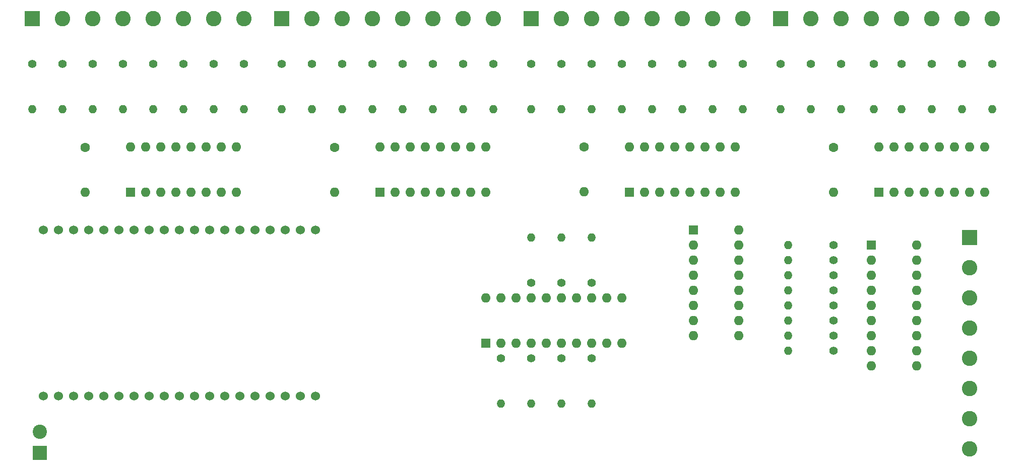
<source format=gbs>
G04 #@! TF.GenerationSoftware,KiCad,Pcbnew,(5.1.10)-1*
G04 #@! TF.CreationDate,2023-10-25T11:46:50-04:00*
G04 #@! TF.ProjectId,LED_Matrix_Driver,4c45445f-4d61-4747-9269-785f44726976,rev?*
G04 #@! TF.SameCoordinates,Original*
G04 #@! TF.FileFunction,Soldermask,Bot*
G04 #@! TF.FilePolarity,Negative*
%FSLAX46Y46*%
G04 Gerber Fmt 4.6, Leading zero omitted, Abs format (unit mm)*
G04 Created by KiCad (PCBNEW (5.1.10)-1) date 2023-10-25 11:46:50*
%MOMM*%
%LPD*%
G01*
G04 APERTURE LIST*
%ADD10C,2.400000*%
%ADD11R,2.400000X2.400000*%
%ADD12O,1.400000X1.400000*%
%ADD13C,1.400000*%
%ADD14O,1.600000X1.600000*%
%ADD15R,1.600000X1.600000*%
%ADD16C,1.524000*%
%ADD17C,2.600000*%
%ADD18R,2.600000X2.600000*%
%ADD19C,1.600000*%
G04 APERTURE END LIST*
D10*
X121920000Y-87305000D03*
D11*
X121920000Y-90805000D03*
D12*
X281940000Y-33020000D03*
D13*
X281940000Y-25400000D03*
D12*
X276860000Y-33020000D03*
D13*
X276860000Y-25400000D03*
D12*
X271780000Y-33020000D03*
D13*
X271780000Y-25400000D03*
D12*
X266700000Y-33020000D03*
D13*
X266700000Y-25400000D03*
D12*
X262030000Y-33020000D03*
D13*
X262030000Y-25400000D03*
D12*
X256540000Y-33020000D03*
D13*
X256540000Y-25400000D03*
D12*
X251460000Y-33020000D03*
D13*
X251460000Y-25400000D03*
D14*
X262890000Y-39370000D03*
X280670000Y-46990000D03*
X265430000Y-39370000D03*
X278130000Y-46990000D03*
X267970000Y-39370000D03*
X275590000Y-46990000D03*
X270510000Y-39370000D03*
X273050000Y-46990000D03*
X273050000Y-39370000D03*
X270510000Y-46990000D03*
X275590000Y-39370000D03*
X267970000Y-46990000D03*
X278130000Y-39370000D03*
X265430000Y-46990000D03*
X280670000Y-39370000D03*
D15*
X262890000Y-46990000D03*
D14*
X220980000Y-39370000D03*
X238760000Y-46990000D03*
X223520000Y-39370000D03*
X236220000Y-46990000D03*
X226060000Y-39370000D03*
X233680000Y-46990000D03*
X228600000Y-39370000D03*
X231140000Y-46990000D03*
X231140000Y-39370000D03*
X228600000Y-46990000D03*
X233680000Y-39370000D03*
X226060000Y-46990000D03*
X236220000Y-39370000D03*
X223520000Y-46990000D03*
X238760000Y-39370000D03*
D15*
X220980000Y-46990000D03*
D14*
X179070000Y-39370000D03*
X196850000Y-46990000D03*
X181610000Y-39370000D03*
X194310000Y-46990000D03*
X184150000Y-39370000D03*
X191770000Y-46990000D03*
X186690000Y-39370000D03*
X189230000Y-46990000D03*
X189230000Y-39370000D03*
X186690000Y-46990000D03*
X191770000Y-39370000D03*
X184150000Y-46990000D03*
X194310000Y-39370000D03*
X181610000Y-46990000D03*
X196850000Y-39370000D03*
D15*
X179070000Y-46990000D03*
D14*
X137160000Y-39370000D03*
X154940000Y-46990000D03*
X139700000Y-39370000D03*
X152400000Y-46990000D03*
X142240000Y-39370000D03*
X149860000Y-46990000D03*
X144780000Y-39370000D03*
X147320000Y-46990000D03*
X147320000Y-39370000D03*
X144780000Y-46990000D03*
X149860000Y-39370000D03*
X142240000Y-46990000D03*
X152400000Y-39370000D03*
X139700000Y-46990000D03*
X154940000Y-39370000D03*
D15*
X137160000Y-46990000D03*
D14*
X239395000Y-53340000D03*
X231775000Y-71120000D03*
X239395000Y-55880000D03*
X231775000Y-68580000D03*
X239395000Y-58420000D03*
X231775000Y-66040000D03*
X239395000Y-60960000D03*
X231775000Y-63500000D03*
X239395000Y-63500000D03*
X231775000Y-60960000D03*
X239395000Y-66040000D03*
X231775000Y-58420000D03*
X239395000Y-68580000D03*
X231775000Y-55880000D03*
X239395000Y-71120000D03*
D15*
X231775000Y-53340000D03*
D14*
X269240000Y-55880000D03*
X261620000Y-76200000D03*
X269240000Y-58420000D03*
X261620000Y-73660000D03*
X269240000Y-60960000D03*
X261620000Y-71120000D03*
X269240000Y-63500000D03*
X261620000Y-68580000D03*
X269240000Y-66040000D03*
X261620000Y-66040000D03*
X269240000Y-68580000D03*
X261620000Y-63500000D03*
X269240000Y-71120000D03*
X261620000Y-60960000D03*
X269240000Y-73660000D03*
X261620000Y-58420000D03*
X269240000Y-76200000D03*
D15*
X261620000Y-55880000D03*
D14*
X196850000Y-64770000D03*
X219710000Y-72390000D03*
X199390000Y-64770000D03*
X217170000Y-72390000D03*
X201930000Y-64770000D03*
X214630000Y-72390000D03*
X204470000Y-64770000D03*
X212090000Y-72390000D03*
X207010000Y-64770000D03*
X209550000Y-72390000D03*
X209550000Y-64770000D03*
X207010000Y-72390000D03*
X212090000Y-64770000D03*
X204470000Y-72390000D03*
X214630000Y-64770000D03*
X201930000Y-72390000D03*
X217170000Y-64770000D03*
X199390000Y-72390000D03*
X219710000Y-64770000D03*
D15*
X196850000Y-72390000D03*
D16*
X122555000Y-53340000D03*
X125095000Y-53340000D03*
X127635000Y-53340000D03*
X130175000Y-53340000D03*
X132715000Y-53340000D03*
X135255000Y-53340000D03*
X137795000Y-53340000D03*
X140335000Y-53340000D03*
X142875000Y-53340000D03*
X145415000Y-53340000D03*
X147955000Y-53340000D03*
X150495000Y-53340000D03*
X153035000Y-53340000D03*
X155575000Y-53340000D03*
X158115000Y-53340000D03*
X160655000Y-53340000D03*
X163195000Y-53340000D03*
X165735000Y-53340000D03*
X168275000Y-53340000D03*
X168275000Y-81280000D03*
X165735000Y-81280000D03*
X163195000Y-81280000D03*
X160655000Y-81280000D03*
X158115000Y-81280000D03*
X155575000Y-81280000D03*
X153035000Y-81280000D03*
X150495000Y-81280000D03*
X147955000Y-81280000D03*
X145415000Y-81280000D03*
X142875000Y-81280000D03*
X140335000Y-81280000D03*
X137795000Y-81280000D03*
X135255000Y-81280000D03*
X132715000Y-81280000D03*
X130175000Y-81280000D03*
X127635000Y-81280000D03*
X125095000Y-81280000D03*
X122555000Y-81280000D03*
D12*
X246380000Y-33020000D03*
D13*
X246380000Y-25400000D03*
D12*
X240030000Y-33020000D03*
D13*
X240030000Y-25400000D03*
D12*
X234950000Y-33020000D03*
D13*
X234950000Y-25400000D03*
D12*
X229870000Y-33020000D03*
D13*
X229870000Y-25400000D03*
D12*
X224790000Y-33020000D03*
D13*
X224790000Y-25400000D03*
D12*
X219710000Y-33020000D03*
D13*
X219710000Y-25400000D03*
D12*
X214630000Y-33020000D03*
D13*
X214630000Y-25400000D03*
D12*
X209550000Y-33020000D03*
D13*
X209550000Y-25400000D03*
D12*
X204470000Y-33020000D03*
D13*
X204470000Y-25400000D03*
D12*
X198120000Y-33020000D03*
D13*
X198120000Y-25400000D03*
D12*
X193040000Y-33020000D03*
D13*
X193040000Y-25400000D03*
D12*
X187960000Y-33020000D03*
D13*
X187960000Y-25400000D03*
D12*
X182880000Y-33020000D03*
D13*
X182880000Y-25400000D03*
D12*
X177800000Y-33020000D03*
D13*
X177800000Y-25400000D03*
D12*
X172720000Y-33020000D03*
D13*
X172720000Y-25400000D03*
D12*
X167640000Y-33020000D03*
D13*
X167640000Y-25400000D03*
D12*
X162560000Y-33020000D03*
D13*
X162560000Y-25400000D03*
D12*
X156210000Y-33020000D03*
D13*
X156210000Y-25400000D03*
D12*
X151130000Y-33020000D03*
D13*
X151130000Y-25400000D03*
D12*
X146050000Y-33020000D03*
D13*
X146050000Y-25400000D03*
D12*
X140970000Y-33020000D03*
D13*
X140970000Y-25400000D03*
D12*
X135890000Y-33020000D03*
D13*
X135890000Y-25400000D03*
D12*
X130810000Y-33020000D03*
D13*
X130810000Y-25400000D03*
D12*
X125730000Y-33020000D03*
D13*
X125730000Y-25400000D03*
D12*
X120650000Y-33020000D03*
D13*
X120650000Y-25400000D03*
D12*
X247650000Y-55880000D03*
D13*
X255270000Y-55880000D03*
D12*
X247650000Y-58420000D03*
D13*
X255270000Y-58420000D03*
D12*
X247650000Y-60960000D03*
D13*
X255270000Y-60960000D03*
D12*
X247650000Y-63500000D03*
D13*
X255270000Y-63500000D03*
D12*
X247650000Y-66040000D03*
D13*
X255270000Y-66040000D03*
D12*
X247650000Y-68580000D03*
D13*
X255270000Y-68580000D03*
D12*
X247650000Y-71120000D03*
D13*
X255270000Y-71120000D03*
D12*
X247650000Y-73660000D03*
D13*
X255270000Y-73660000D03*
D12*
X199390000Y-82550000D03*
D13*
X199390000Y-74930000D03*
D12*
X204470000Y-82550000D03*
D13*
X204470000Y-74930000D03*
D12*
X209550000Y-82550000D03*
D13*
X209550000Y-74930000D03*
D12*
X214630000Y-82550000D03*
D13*
X214630000Y-74930000D03*
D12*
X204470000Y-54610000D03*
D13*
X204470000Y-62230000D03*
D12*
X209550000Y-54610000D03*
D13*
X209550000Y-62230000D03*
D12*
X214630000Y-54610000D03*
D13*
X214630000Y-62230000D03*
D17*
X281940000Y-17780000D03*
X276860000Y-17780000D03*
X271780000Y-17780000D03*
X266700000Y-17780000D03*
X261620000Y-17780000D03*
X256540000Y-17780000D03*
X251460000Y-17780000D03*
D18*
X246380000Y-17780000D03*
D17*
X240030000Y-17780000D03*
X234950000Y-17780000D03*
X229870000Y-17780000D03*
X224790000Y-17780000D03*
X219710000Y-17780000D03*
X214630000Y-17780000D03*
X209550000Y-17780000D03*
D18*
X204470000Y-17780000D03*
D17*
X198120000Y-17780000D03*
X193040000Y-17780000D03*
X187960000Y-17780000D03*
X182880000Y-17780000D03*
X177800000Y-17780000D03*
X172720000Y-17780000D03*
X167640000Y-17780000D03*
D18*
X162560000Y-17780000D03*
D17*
X156210000Y-17780000D03*
X151130000Y-17780000D03*
X146050000Y-17780000D03*
X140970000Y-17780000D03*
X135890000Y-17780000D03*
X130810000Y-17780000D03*
X125730000Y-17780000D03*
D18*
X120650000Y-17780000D03*
D17*
X278130000Y-90170000D03*
X278130000Y-85090000D03*
X278130000Y-80010000D03*
X278130000Y-74930000D03*
X278130000Y-69850000D03*
X278130000Y-64770000D03*
X278130000Y-59690000D03*
D18*
X278130000Y-54610000D03*
D14*
X255270000Y-46990000D03*
D19*
X255270000Y-39490000D03*
D14*
X213360000Y-46870000D03*
D19*
X213360000Y-39370000D03*
D14*
X171450000Y-46990000D03*
D19*
X171450000Y-39490000D03*
D14*
X129540000Y-46990000D03*
D19*
X129540000Y-39490000D03*
M02*

</source>
